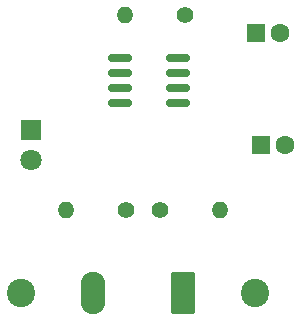
<source format=gbr>
%TF.GenerationSoftware,KiCad,Pcbnew,8.0.5*%
%TF.CreationDate,2024-12-18T15:09:30+03:00*%
%TF.ProjectId,555_badge,3535355f-6261-4646-9765-2e6b69636164,V01*%
%TF.SameCoordinates,Original*%
%TF.FileFunction,Soldermask,Top*%
%TF.FilePolarity,Negative*%
%FSLAX46Y46*%
G04 Gerber Fmt 4.6, Leading zero omitted, Abs format (unit mm)*
G04 Created by KiCad (PCBNEW 8.0.5) date 2024-12-18 15:09:30*
%MOMM*%
%LPD*%
G01*
G04 APERTURE LIST*
G04 Aperture macros list*
%AMRoundRect*
0 Rectangle with rounded corners*
0 $1 Rounding radius*
0 $2 $3 $4 $5 $6 $7 $8 $9 X,Y pos of 4 corners*
0 Add a 4 corners polygon primitive as box body*
4,1,4,$2,$3,$4,$5,$6,$7,$8,$9,$2,$3,0*
0 Add four circle primitives for the rounded corners*
1,1,$1+$1,$2,$3*
1,1,$1+$1,$4,$5*
1,1,$1+$1,$6,$7*
1,1,$1+$1,$8,$9*
0 Add four rect primitives between the rounded corners*
20,1,$1+$1,$2,$3,$4,$5,0*
20,1,$1+$1,$4,$5,$6,$7,0*
20,1,$1+$1,$6,$7,$8,$9,0*
20,1,$1+$1,$8,$9,$2,$3,0*%
G04 Aperture macros list end*
%ADD10RoundRect,0.150000X-0.825000X-0.150000X0.825000X-0.150000X0.825000X0.150000X-0.825000X0.150000X0*%
%ADD11R,1.800000X1.800000*%
%ADD12C,1.800000*%
%ADD13O,1.400000X1.400000*%
%ADD14C,1.400000*%
%ADD15C,2.400000*%
%ADD16RoundRect,0.250001X0.799999X1.549999X-0.799999X1.549999X-0.799999X-1.549999X0.799999X-1.549999X0*%
%ADD17O,2.100000X3.600000*%
%ADD18R,1.600000X1.600000*%
%ADD19C,1.600000*%
G04 APERTURE END LIST*
D10*
%TO.C,U1*%
X129525000Y-80595000D03*
X129525000Y-81865000D03*
X129525000Y-83135000D03*
X129525000Y-84405000D03*
X134475000Y-84405000D03*
X134475000Y-83135000D03*
X134475000Y-81865000D03*
X134475000Y-80595000D03*
%TD*%
D11*
%TO.C,D1*%
X122000000Y-86725000D03*
D12*
X122000000Y-89265000D03*
%TD*%
D13*
%TO.C,R3*%
X129960000Y-77000000D03*
D14*
X135040000Y-77000000D03*
%TD*%
D15*
%TO.C,J1*%
X141000000Y-100500000D03*
X121180000Y-100500000D03*
D16*
X134900000Y-100500000D03*
D17*
X127280000Y-100500000D03*
%TD*%
D18*
%TO.C,C2*%
X141044888Y-78500000D03*
D19*
X143044888Y-78500000D03*
%TD*%
D18*
%TO.C,C1*%
X141500000Y-88000000D03*
D19*
X143500000Y-88000000D03*
%TD*%
D14*
%TO.C,R2*%
X132960000Y-93500000D03*
D13*
X138040000Y-93500000D03*
%TD*%
D14*
%TO.C,R1*%
X130040000Y-93500000D03*
D13*
X124960000Y-93500000D03*
%TD*%
M02*

</source>
